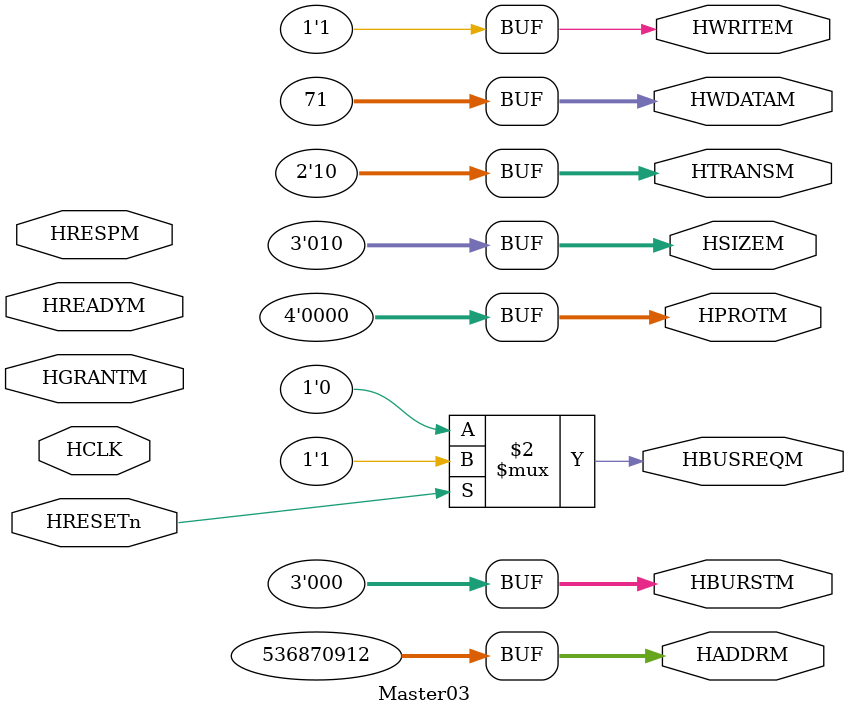
<source format=v>

module Master03  (HCLK, HRESETn,HREADYM,HRESPM,HGRANTM, HADDRM, HTRANSM, HWRITEM, HSIZEM, HBURSTM, HPROTM,
          HWDATAM, HBUSREQM
          );

  // Signals used during normal operation 
  input     HCLK;
  input     HRESETn;

  // Signals from AMBA bus used during normal operation
  input         HREADYM;
  input  [1:0]  HRESPM;    //dont care
  input         HGRANTM;

  // Signals to AMBA bus used during normal operation
  output[31:0] HADDRM;
  output [1:0] HTRANSM;
  output       HWRITEM;
  output [2:0] HSIZEM;
  output [2:0] HBURSTM;
  output [3:0] HPROTM;
  output[31:0] HWDATAM;
  output       HBUSREQM;

  
  //---------------------------------------------------------------------- 
  // Signal declarations
  //----------------------------------------------------------------------


  assign HBURSTM = 3'b000;  //SINGLE
  assign HSIZEM = 3'b010;  //WORD
  assign HWRITEM =  1'b1 ;
  assign HADDRM = 32'h2000_0000; //Tube
  assign HTRANSM = 2'b10;  // NONSEQ
  assign HBUSREQM =  (~HRESETn)?1'b0:1'b1;    
  assign HWDATAM = 32'h0000_0047;
  assign HPROTM = 4'b0000;

  
endmodule


</source>
